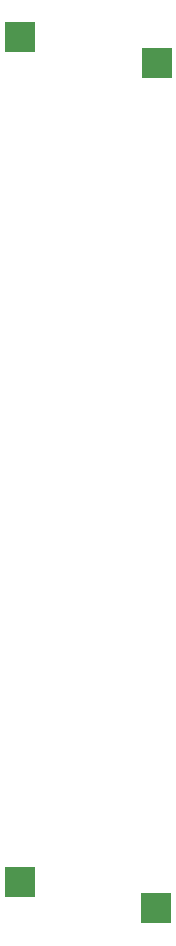
<source format=gbr>
G04 #@! TF.GenerationSoftware,KiCad,Pcbnew,9.0.2*
G04 #@! TF.CreationDate,2025-10-01T13:15:07-04:00*
G04 #@! TF.ProjectId,Trackball,54726163-6b62-4616-9c6c-2e6b69636164,rev?*
G04 #@! TF.SameCoordinates,Original*
G04 #@! TF.FileFunction,Paste,Bot*
G04 #@! TF.FilePolarity,Positive*
%FSLAX46Y46*%
G04 Gerber Fmt 4.6, Leading zero omitted, Abs format (unit mm)*
G04 Created by KiCad (PCBNEW 9.0.2) date 2025-10-01 13:15:07*
%MOMM*%
%LPD*%
G01*
G04 APERTURE LIST*
%ADD10R,2.600000X2.600000*%
G04 APERTURE END LIST*
D10*
X111472000Y-131432000D03*
X123022000Y-133632000D03*
X111525000Y-59900000D03*
X123075000Y-62100000D03*
M02*

</source>
